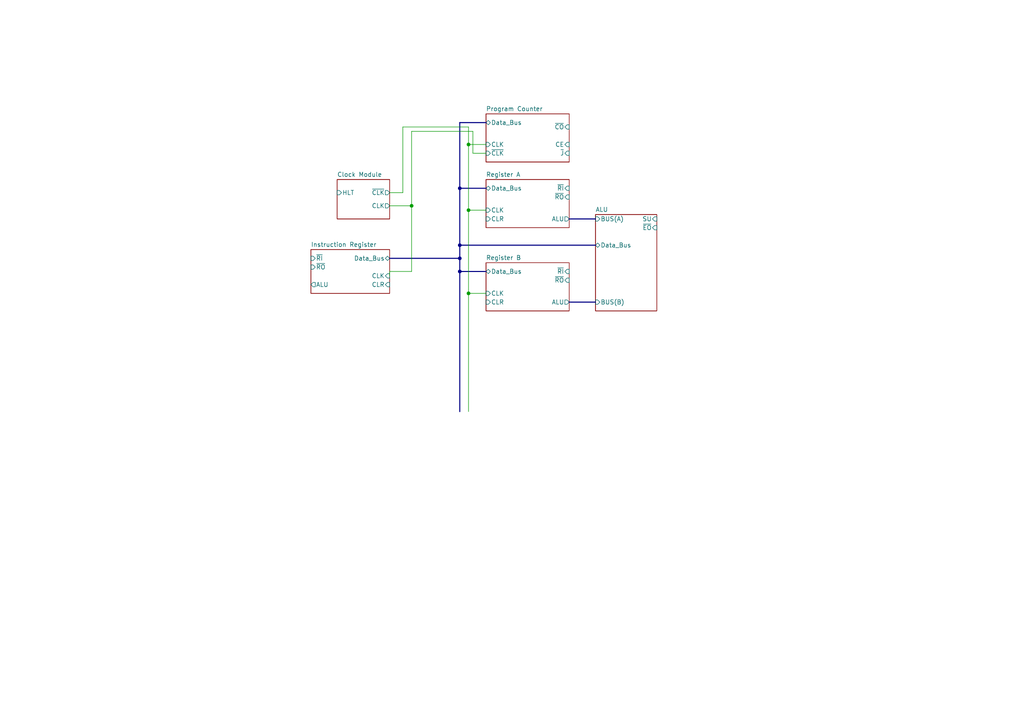
<source format=kicad_sch>
(kicad_sch
	(version 20231120)
	(generator "eeschema")
	(generator_version "8.0")
	(uuid "e4863ef5-37d9-4216-81ae-8d209bb59bb3")
	(paper "A4")
	(title_block
		(date "2024-10-06")
		(rev "0.1")
	)
	(lib_symbols)
	(junction
		(at 135.89 60.96)
		(diameter 0)
		(color 0 0 0 0)
		(uuid "0901262c-4770-4a01-85fc-ae854d334ac9")
	)
	(junction
		(at 133.35 78.74)
		(diameter 0)
		(color 0 0 0 0)
		(uuid "29f9445b-3a92-4c1e-8827-efb64d999ca6")
	)
	(junction
		(at 133.35 74.93)
		(diameter 0)
		(color 0 0 0 0)
		(uuid "720efa0b-fe9b-426c-9af4-d694038367f1")
	)
	(junction
		(at 119.38 59.69)
		(diameter 0)
		(color 0 0 0 0)
		(uuid "798c47fb-159b-4431-a23c-e7c63917f555")
	)
	(junction
		(at 135.89 85.09)
		(diameter 0)
		(color 0 0 0 0)
		(uuid "8ca6970c-0dd9-4bd0-8dc9-4a7be5cc3a5d")
	)
	(junction
		(at 133.35 54.61)
		(diameter 0)
		(color 0 0 0 0)
		(uuid "cf22d199-f57e-403d-815c-0be51090e3e7")
	)
	(junction
		(at 135.89 41.91)
		(diameter 0)
		(color 0 0 0 0)
		(uuid "db4cd775-af27-44d6-b03c-2c8dacbf4f18")
	)
	(junction
		(at 133.35 71.12)
		(diameter 0)
		(color 0 0 0 0)
		(uuid "fb49d1c4-a389-46f7-ad00-8f008744ae45")
	)
	(wire
		(pts
			(xy 135.89 36.83) (xy 116.84 36.83)
		)
		(stroke
			(width 0)
			(type default)
		)
		(uuid "152478b3-e3a0-4219-9af1-df1f06e41270")
	)
	(wire
		(pts
			(xy 135.89 36.83) (xy 135.89 41.91)
		)
		(stroke
			(width 0)
			(type default)
		)
		(uuid "19044ab0-d841-428c-85e3-c6d1387ffaf4")
	)
	(wire
		(pts
			(xy 116.84 55.88) (xy 113.03 55.88)
		)
		(stroke
			(width 0)
			(type default)
		)
		(uuid "1bcdcb6c-7d45-4b17-b03d-1586ee055b56")
	)
	(wire
		(pts
			(xy 135.89 60.96) (xy 140.97 60.96)
		)
		(stroke
			(width 0)
			(type default)
		)
		(uuid "246c8c6e-2778-4a6d-821f-1f065896dd0f")
	)
	(wire
		(pts
			(xy 119.38 59.69) (xy 113.03 59.69)
		)
		(stroke
			(width 0)
			(type default)
		)
		(uuid "2f6cf37d-b493-4260-ba6e-ef30b9e276d0")
	)
	(bus
		(pts
			(xy 133.35 78.74) (xy 140.97 78.74)
		)
		(stroke
			(width 0)
			(type default)
		)
		(uuid "43dcebc5-5861-4503-89c1-c37e8c9ea851")
	)
	(wire
		(pts
			(xy 135.89 85.09) (xy 140.97 85.09)
		)
		(stroke
			(width 0)
			(type default)
		)
		(uuid "4e16b73b-6c0d-491c-8b1d-8e4f789fe98b")
	)
	(wire
		(pts
			(xy 135.89 60.96) (xy 135.89 85.09)
		)
		(stroke
			(width 0)
			(type default)
		)
		(uuid "5050d556-12d9-4d1f-bf19-ddbc333e828a")
	)
	(wire
		(pts
			(xy 119.38 59.69) (xy 119.38 78.74)
		)
		(stroke
			(width 0)
			(type default)
		)
		(uuid "62beeadd-683b-4dd7-ab89-e718bb7dd4e9")
	)
	(bus
		(pts
			(xy 133.35 54.61) (xy 133.35 71.12)
		)
		(stroke
			(width 0)
			(type default)
		)
		(uuid "63925f9f-8943-45c1-b2e7-89dfebe076e4")
	)
	(bus
		(pts
			(xy 133.35 71.12) (xy 172.72 71.12)
		)
		(stroke
			(width 0)
			(type default)
		)
		(uuid "71e42b13-c233-4912-9df5-bc72ecbed045")
	)
	(bus
		(pts
			(xy 133.35 54.61) (xy 140.97 54.61)
		)
		(stroke
			(width 0)
			(type default)
		)
		(uuid "784801ae-cd9b-426f-8207-a2dcb28533dd")
	)
	(bus
		(pts
			(xy 133.35 71.12) (xy 133.35 74.93)
		)
		(stroke
			(width 0)
			(type default)
		)
		(uuid "8627378d-f9c8-4eb4-b566-a7792ded6420")
	)
	(wire
		(pts
			(xy 116.84 36.83) (xy 116.84 55.88)
		)
		(stroke
			(width 0)
			(type default)
		)
		(uuid "8837e550-d906-468f-a5c5-74349e799bae")
	)
	(wire
		(pts
			(xy 135.89 41.91) (xy 140.97 41.91)
		)
		(stroke
			(width 0)
			(type default)
		)
		(uuid "a07bc146-8a7f-4e37-aa2c-71504bcdad90")
	)
	(wire
		(pts
			(xy 119.38 78.74) (xy 113.03 78.74)
		)
		(stroke
			(width 0)
			(type default)
		)
		(uuid "aa33dbeb-2516-4ad8-b941-41708deede67")
	)
	(wire
		(pts
			(xy 119.38 38.1) (xy 119.38 59.69)
		)
		(stroke
			(width 0)
			(type default)
		)
		(uuid "b4efb14b-7a09-4fe4-9bb2-b101cd63003a")
	)
	(bus
		(pts
			(xy 140.97 35.56) (xy 133.35 35.56)
		)
		(stroke
			(width 0)
			(type default)
		)
		(uuid "baf848f2-e37e-481b-923c-26efe108d248")
	)
	(wire
		(pts
			(xy 119.38 38.1) (xy 137.16 38.1)
		)
		(stroke
			(width 0)
			(type default)
		)
		(uuid "bbb8c2c1-9d9b-4ef8-92c6-93e49da69901")
	)
	(bus
		(pts
			(xy 133.35 78.74) (xy 133.35 119.38)
		)
		(stroke
			(width 0)
			(type default)
		)
		(uuid "c030d54b-cf85-49cb-abc9-e3365b594c4f")
	)
	(bus
		(pts
			(xy 133.35 74.93) (xy 133.35 78.74)
		)
		(stroke
			(width 0)
			(type default)
		)
		(uuid "c29f6b55-e4fd-4e25-83ae-c32483d8d8bc")
	)
	(wire
		(pts
			(xy 137.16 44.45) (xy 140.97 44.45)
		)
		(stroke
			(width 0)
			(type default)
		)
		(uuid "d8590c70-4294-408e-84c7-cf685c1a8f5b")
	)
	(wire
		(pts
			(xy 135.89 85.09) (xy 135.89 119.38)
		)
		(stroke
			(width 0)
			(type default)
		)
		(uuid "d998fa16-e781-4d6c-a31b-99ff241b552e")
	)
	(wire
		(pts
			(xy 135.89 41.91) (xy 135.89 60.96)
		)
		(stroke
			(width 0)
			(type default)
		)
		(uuid "db5c66e2-4cb3-4940-bc05-4c5561aac4e7")
	)
	(bus
		(pts
			(xy 113.03 74.93) (xy 133.35 74.93)
		)
		(stroke
			(width 0)
			(type default)
		)
		(uuid "dc2f4e0b-3477-4776-a0a3-044d7909a01a")
	)
	(wire
		(pts
			(xy 113.03 78.74) (xy 113.03 80.01)
		)
		(stroke
			(width 0)
			(type default)
		)
		(uuid "e0f14f98-8db4-4a1b-8cf0-f7203024bb5e")
	)
	(bus
		(pts
			(xy 133.35 35.56) (xy 133.35 54.61)
		)
		(stroke
			(width 0)
			(type default)
		)
		(uuid "e523b397-a9d4-4b43-84b7-368e0a618c0c")
	)
	(bus
		(pts
			(xy 165.1 87.63) (xy 172.72 87.63)
		)
		(stroke
			(width 0)
			(type default)
		)
		(uuid "f2a4ffe5-d087-46f1-a241-3fb5f8ac5275")
	)
	(wire
		(pts
			(xy 137.16 38.1) (xy 137.16 44.45)
		)
		(stroke
			(width 0)
			(type default)
		)
		(uuid "f2a5da5b-2aed-4422-83fe-824ad8f79a59")
	)
	(bus
		(pts
			(xy 165.1 63.5) (xy 172.72 63.5)
		)
		(stroke
			(width 0)
			(type default)
		)
		(uuid "f61fb877-595e-4026-9794-86f1f87b2d34")
	)
	(sheet
		(at 140.97 33.02)
		(size 24.13 13.97)
		(fields_autoplaced yes)
		(stroke
			(width 0.1524)
			(type solid)
		)
		(fill
			(color 0 0 0 0.0000)
		)
		(uuid "1edd9e1e-9d04-450a-bcd8-79b4c2216215")
		(property "Sheetname" "Program Counter"
			(at 140.97 32.3084 0)
			(effects
				(font
					(size 1.27 1.27)
				)
				(justify left bottom)
			)
		)
		(property "Sheetfile" "Program Counter/Program Counter.kicad_sch"
			(at 140.97 47.5746 0)
			(effects
				(font
					(size 1.27 1.27)
				)
				(justify left top)
				(hide yes)
			)
		)
		(pin "~{CO}" input
			(at 165.1 36.83 0)
			(effects
				(font
					(size 1.27 1.27)
				)
				(justify right)
			)
			(uuid "8a34b43e-4e3d-48e6-85ce-ec16cef5dd0c")
		)
		(pin "~{CLK}" input
			(at 140.97 44.45 180)
			(effects
				(font
					(size 1.27 1.27)
				)
				(justify left)
			)
			(uuid "170581e8-da3c-4a6c-ae34-8fb220434b9a")
		)
		(pin "CE" input
			(at 165.1 41.91 0)
			(effects
				(font
					(size 1.27 1.27)
				)
				(justify right)
			)
			(uuid "0801b0b2-7781-4a03-9419-4c0252f825cd")
		)
		(pin "~{J}" input
			(at 165.1 44.45 0)
			(effects
				(font
					(size 1.27 1.27)
				)
				(justify right)
			)
			(uuid "19c747cb-d052-4879-bbf2-c73701a85e7c")
		)
		(pin "CLK" input
			(at 140.97 41.91 180)
			(effects
				(font
					(size 1.27 1.27)
				)
				(justify left)
			)
			(uuid "823b6be2-27fd-449a-99b4-e7ce2f9a35d5")
		)
		(pin "Data_Bus" bidirectional
			(at 140.97 35.56 180)
			(effects
				(font
					(size 1.27 1.27)
				)
				(justify left)
			)
			(uuid "6077eec3-ed21-4174-9817-5518d4c455d5")
		)
		(instances
			(project "8-bit computer"
				(path "/e4863ef5-37d9-4216-81ae-8d209bb59bb3"
					(page "7")
				)
			)
		)
	)
	(sheet
		(at 140.97 52.07)
		(size 24.13 13.97)
		(fields_autoplaced yes)
		(stroke
			(width 0.1524)
			(type solid)
		)
		(fill
			(color 0 0 0 0.0000)
		)
		(uuid "1f1cf717-293b-4085-bb3b-fa5d9053d2c4")
		(property "Sheetname" "Register A"
			(at 140.97 51.3584 0)
			(effects
				(font
					(size 1.27 1.27)
				)
				(justify left bottom)
			)
		)
		(property "Sheetfile" "register module/register module.kicad_sch"
			(at 140.97 66.6246 0)
			(effects
				(font
					(size 1.27 1.27)
				)
				(justify left top)
				(hide yes)
			)
		)
		(pin "CLK" input
			(at 140.97 60.96 180)
			(effects
				(font
					(size 1.27 1.27)
				)
				(justify left)
			)
			(uuid "6fd61139-d48a-40c7-9995-8d3e7beb28e9")
		)
		(pin "CLR" input
			(at 140.97 63.5 180)
			(effects
				(font
					(size 1.27 1.27)
				)
				(justify left)
			)
			(uuid "07004473-3d9f-484c-aaaa-c21d791cf76e")
		)
		(pin "ALU" output
			(at 165.1 63.5 0)
			(effects
				(font
					(size 1.27 1.27)
				)
				(justify right)
			)
			(uuid "733dcf6e-476d-4a12-b39c-3ab82f089a4a")
		)
		(pin "Data_Bus" bidirectional
			(at 140.97 54.61 180)
			(effects
				(font
					(size 1.27 1.27)
				)
				(justify left)
			)
			(uuid "fb9b5bc1-459d-4475-b77f-a96e4711757f")
		)
		(pin "~{RO}" input
			(at 165.1 57.15 0)
			(effects
				(font
					(size 1.27 1.27)
				)
				(justify right)
			)
			(uuid "936ad5d4-03ca-403d-9d33-fc6a8de355ba")
		)
		(pin "~{RI}" input
			(at 165.1 54.61 0)
			(effects
				(font
					(size 1.27 1.27)
				)
				(justify right)
			)
			(uuid "08a858e3-de88-44e6-9e93-ea1cd3a2f4e4")
		)
		(instances
			(project "8-bit computer"
				(path "/e4863ef5-37d9-4216-81ae-8d209bb59bb3"
					(page "3")
				)
			)
		)
	)
	(sheet
		(at 140.97 76.2)
		(size 24.13 13.97)
		(fields_autoplaced yes)
		(stroke
			(width 0.1524)
			(type solid)
		)
		(fill
			(color 0 0 0 0.0000)
		)
		(uuid "1f5f8ff8-2c18-4045-bb45-89806c1e9d39")
		(property "Sheetname" "Register B"
			(at 140.97 75.4884 0)
			(effects
				(font
					(size 1.27 1.27)
				)
				(justify left bottom)
			)
		)
		(property "Sheetfile" "register module/register module.kicad_sch"
			(at 140.97 90.7546 0)
			(effects
				(font
					(size 1.27 1.27)
				)
				(justify left top)
				(hide yes)
			)
		)
		(pin "ALU" output
			(at 165.1 87.63 0)
			(effects
				(font
					(size 1.27 1.27)
				)
				(justify right)
			)
			(uuid "fc7307ec-b89c-4a4c-93e9-77345ecf0366")
		)
		(pin "Data_Bus" bidirectional
			(at 140.97 78.74 180)
			(effects
				(font
					(size 1.27 1.27)
				)
				(justify left)
			)
			(uuid "b6203017-8727-4b8f-a297-5f966b4904fd")
		)
		(pin "CLK" input
			(at 140.97 85.09 180)
			(effects
				(font
					(size 1.27 1.27)
				)
				(justify left)
			)
			(uuid "e1e01446-256b-4dc9-9fe0-a8901b805a06")
		)
		(pin "CLR" input
			(at 140.97 87.63 180)
			(effects
				(font
					(size 1.27 1.27)
				)
				(justify left)
			)
			(uuid "1990589d-4260-4bb2-95e4-31febc858da7")
		)
		(pin "~{RO}" input
			(at 165.1 81.28 0)
			(effects
				(font
					(size 1.27 1.27)
				)
				(justify right)
			)
			(uuid "a8e94201-cf89-40f5-ad0a-19ffe296c2ce")
		)
		(pin "~{RI}" input
			(at 165.1 78.74 0)
			(effects
				(font
					(size 1.27 1.27)
				)
				(justify right)
			)
			(uuid "33a6c812-048b-4bcd-95db-53b144451c61")
		)
		(instances
			(project "8-bit computer"
				(path "/e4863ef5-37d9-4216-81ae-8d209bb59bb3"
					(page "4")
				)
			)
		)
	)
	(sheet
		(at 90.17 72.39)
		(size 22.86 12.7)
		(fields_autoplaced yes)
		(stroke
			(width 0.1524)
			(type solid)
		)
		(fill
			(color 0 0 0 0.0000)
		)
		(uuid "3645c5eb-ef49-45b8-8ab0-17126eecdc6e")
		(property "Sheetname" "Instruction Register"
			(at 90.17 71.6784 0)
			(effects
				(font
					(size 1.27 1.27)
				)
				(justify left bottom)
			)
		)
		(property "Sheetfile" "Instruction module/Instruction module.kicad_sch"
			(at 90.17 85.6746 0)
			(effects
				(font
					(size 1.27 1.27)
				)
				(justify left top)
				(hide yes)
			)
		)
		(pin "ALU" output
			(at 90.17 82.55 180)
			(effects
				(font
					(size 1.27 1.27)
				)
				(justify left)
			)
			(uuid "57c89823-a216-4b9d-becd-b98652a091ae")
		)
		(pin "Data_Bus" bidirectional
			(at 113.03 74.93 0)
			(effects
				(font
					(size 1.27 1.27)
				)
				(justify right)
			)
			(uuid "6e2a89fc-569a-4440-80b2-9bef9db8812f")
		)
		(pin "CLK" input
			(at 113.03 80.01 0)
			(effects
				(font
					(size 1.27 1.27)
				)
				(justify right)
			)
			(uuid "6b3e82d2-9b61-4d3c-918b-3baa1775bd0d")
		)
		(pin "CLR" input
			(at 113.03 82.55 0)
			(effects
				(font
					(size 1.27 1.27)
				)
				(justify right)
			)
			(uuid "30f37dc5-4bfd-4216-876f-624abcc51d93")
		)
		(pin "~{RI}" input
			(at 90.17 74.93 180)
			(effects
				(font
					(size 1.27 1.27)
				)
				(justify left)
			)
			(uuid "2bf6dad5-beec-4fe3-8177-5cf13d72da7e")
		)
		(pin "~{RO}" input
			(at 90.17 77.47 180)
			(effects
				(font
					(size 1.27 1.27)
				)
				(justify left)
			)
			(uuid "bd0a679a-c1e4-4a62-b826-cb0d40c9b942")
		)
		(instances
			(project "8-bit computer"
				(path "/e4863ef5-37d9-4216-81ae-8d209bb59bb3"
					(page "5")
				)
			)
		)
	)
	(sheet
		(at 97.79 52.07)
		(size 15.24 11.43)
		(fields_autoplaced yes)
		(stroke
			(width 0.1524)
			(type solid)
		)
		(fill
			(color 0 0 0 0.0000)
		)
		(uuid "4720637d-f53d-41cb-a066-32ee3c5681df")
		(property "Sheetname" "Clock Module"
			(at 97.79 51.3584 0)
			(effects
				(font
					(size 1.27 1.27)
				)
				(justify left bottom)
			)
		)
		(property "Sheetfile" "clock module/clock module.kicad_sch"
			(at 97.79 64.0846 0)
			(effects
				(font
					(size 1.27 1.27)
				)
				(justify left top)
				(hide yes)
			)
		)
		(pin "HLT" input
			(at 97.79 55.88 180)
			(effects
				(font
					(size 1.27 1.27)
				)
				(justify left)
			)
			(uuid "e002f80e-3f1e-4ba9-9398-cafb4349b552")
		)
		(pin "~{CLK}" output
			(at 113.03 55.88 0)
			(effects
				(font
					(size 1.27 1.27)
				)
				(justify right)
			)
			(uuid "0b49e696-4e2b-43fa-9526-78f9e86379f9")
		)
		(pin "CLK" output
			(at 113.03 59.69 0)
			(effects
				(font
					(size 1.27 1.27)
				)
				(justify right)
			)
			(uuid "eecd52ab-99ad-46ac-9924-13fcf6700f73")
		)
		(instances
			(project "8-bit computer"
				(path "/e4863ef5-37d9-4216-81ae-8d209bb59bb3"
					(page "2")
				)
			)
		)
	)
	(sheet
		(at 172.72 62.23)
		(size 17.78 27.94)
		(fields_autoplaced yes)
		(stroke
			(width 0.1524)
			(type solid)
		)
		(fill
			(color 0 0 0 0.0000)
		)
		(uuid "d62a97ff-5cdb-49ca-bd72-f0d657e76d4d")
		(property "Sheetname" "ALU"
			(at 172.72 61.5184 0)
			(effects
				(font
					(size 1.27 1.27)
				)
				(justify left bottom)
			)
		)
		(property "Sheetfile" "Arithmetic logic unit/Arithmetic logic unit.kicad_sch"
			(at 172.72 90.7546 0)
			(effects
				(font
					(size 1.27 1.27)
				)
				(justify left top)
				(hide yes)
			)
		)
		(pin "BUS(A)" input
			(at 172.72 63.5 180)
			(effects
				(font
					(size 1.27 1.27)
				)
				(justify left)
			)
			(uuid "5e0a54e3-a83a-4042-bfaa-773b44f5c714")
		)
		(pin "BUS(B)" input
			(at 172.72 87.63 180)
			(effects
				(font
					(size 1.27 1.27)
				)
				(justify left)
			)
			(uuid "af5d8cfc-59e8-4524-847d-9a52498b07f4")
		)
		(pin "SU" input
			(at 190.5 63.5 0)
			(effects
				(font
					(size 1.27 1.27)
				)
				(justify right)
			)
			(uuid "3496a327-f02f-4145-92bf-1d8c531726b0")
		)
		(pin "~{EO}" input
			(at 190.5 66.04 0)
			(effects
				(font
					(size 1.27 1.27)
				)
				(justify right)
			)
			(uuid "f9749614-242b-4e6c-a383-e3ff6cfe0ab2")
		)
		(pin "Data_Bus" bidirectional
			(at 172.72 71.12 180)
			(effects
				(font
					(size 1.27 1.27)
				)
				(justify left)
			)
			(uuid "ccb2e0c6-50af-441f-9738-eced8082791f")
		)
		(instances
			(project "8-bit computer"
				(path "/e4863ef5-37d9-4216-81ae-8d209bb59bb3"
					(page "6")
				)
			)
		)
	)
	(sheet_instances
		(path "/"
			(page "1")
		)
	)
)

</source>
